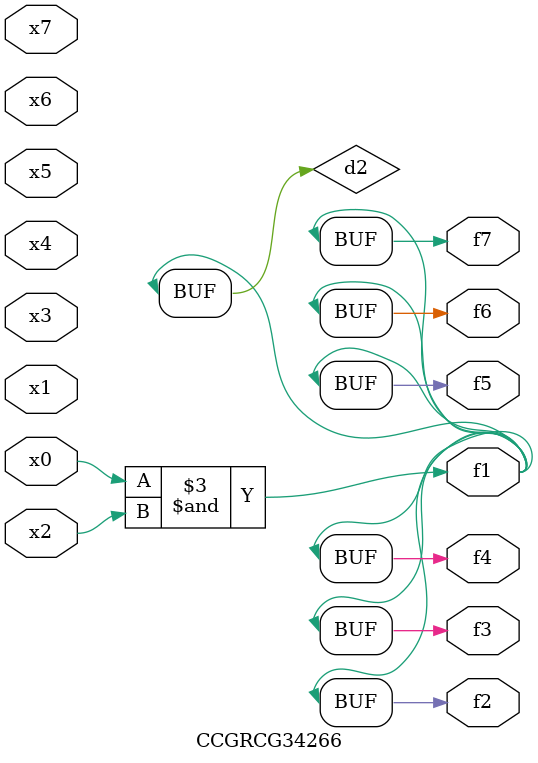
<source format=v>
module CCGRCG34266(
	input x0, x1, x2, x3, x4, x5, x6, x7,
	output f1, f2, f3, f4, f5, f6, f7
);

	wire d1, d2;

	nor (d1, x3, x6);
	and (d2, x0, x2);
	assign f1 = d2;
	assign f2 = d2;
	assign f3 = d2;
	assign f4 = d2;
	assign f5 = d2;
	assign f6 = d2;
	assign f7 = d2;
endmodule

</source>
